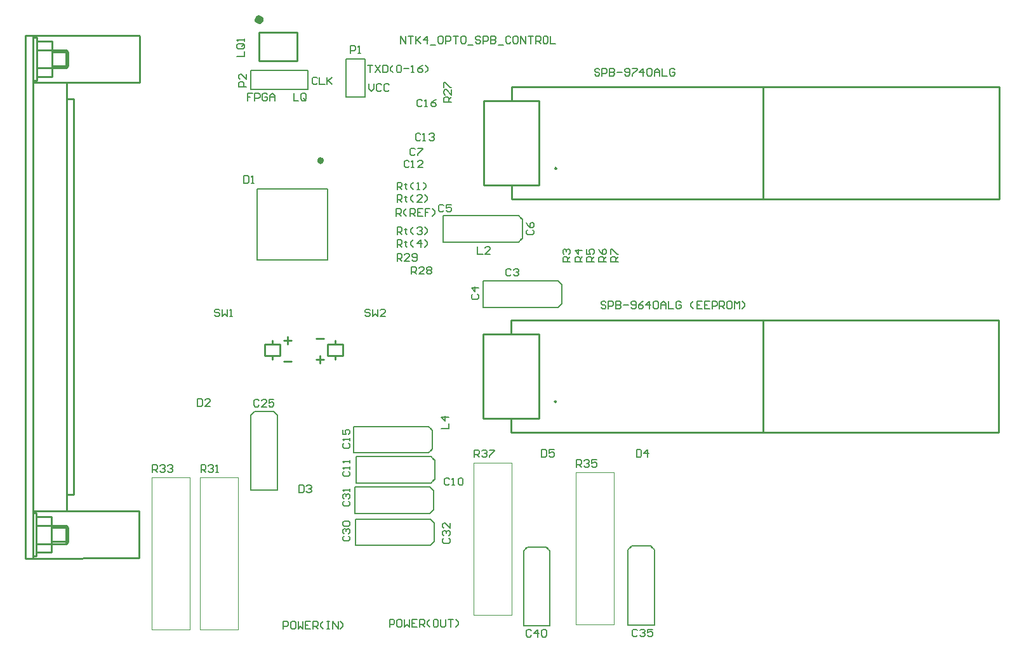
<source format=gto>
G04*
G04 #@! TF.GenerationSoftware,Altium Limited,Altium Designer,19.1.6 (110)*
G04*
G04 Layer_Color=65535*
%FSLAX23Y23*%
%MOIN*%
G70*
G01*
G75*
%ADD10C,0.010*%
%ADD11C,0.020*%
%ADD12C,0.039*%
%ADD13C,0.004*%
%ADD14C,0.008*%
%ADD15C,0.010*%
%ADD16C,0.006*%
D10*
X2519Y1274D02*
G03*
X2519Y1274I-4J0D01*
G01*
X2521Y2500D02*
G03*
X2521Y2500I-4J0D01*
G01*
X3606Y1187D02*
X3606Y1187D01*
X2137D02*
Y1407D01*
Y1187D02*
X2283D01*
X2429D01*
Y1628D01*
X2137D02*
X2429D01*
X2137Y1407D02*
Y1628D01*
X2283Y1703D02*
X4842Y1703D01*
Y1703D02*
X4842Y1112D01*
X2283D02*
X4842Y1112D01*
X2283Y1112D02*
Y1187D01*
Y1628D02*
Y1703D01*
X3606Y1112D02*
Y1703D01*
X3607Y2413D02*
X3607Y2413D01*
X2139D02*
Y2634D01*
Y2413D02*
X2284D01*
X2430D01*
Y2854D01*
X2139D02*
X2430D01*
X2139Y2634D02*
Y2854D01*
X2284Y2929D02*
X4844Y2929D01*
Y2929D02*
X4844Y2338D01*
X2284D02*
X4844Y2338D01*
X2284Y2338D02*
Y2413D01*
Y2854D02*
Y2929D01*
X3607Y2338D02*
Y2929D01*
X1069Y1517D02*
Y1577D01*
X989D02*
X1069D01*
X989Y1517D02*
Y1577D01*
Y1517D02*
X1069D01*
X1029Y1497D02*
Y1517D01*
Y1577D02*
Y1597D01*
X1089D02*
X1129D01*
X1109Y1577D02*
Y1617D01*
X1089Y1487D02*
X1129D01*
X1318Y1515D02*
Y1575D01*
Y1515D02*
X1398D01*
Y1575D01*
X1318D02*
X1398D01*
X1358D02*
Y1595D01*
Y1495D02*
Y1515D01*
X1258Y1495D02*
X1298D01*
X1278Y1475D02*
Y1515D01*
X1258Y1605D02*
X1298D01*
X959Y3065D02*
Y3215D01*
Y3065D02*
X1160D01*
Y3215D01*
X959D02*
X1160D01*
D11*
X1290Y2541D02*
G03*
X1290Y2541I-8J0D01*
G01*
D12*
X963Y3282D02*
G03*
X963Y3282I-4J0D01*
G01*
D13*
X2286Y153D02*
Y953D01*
X2086D02*
X2286D01*
X2086Y153D02*
Y953D01*
Y153D02*
X2286D01*
X2823Y101D02*
Y901D01*
X2623D02*
X2823D01*
X2623Y101D02*
Y901D01*
Y101D02*
X2823D01*
X850Y75D02*
Y875D01*
X650D02*
X850D01*
X650Y75D02*
Y875D01*
Y75D02*
X850D01*
X596D02*
Y875D01*
X396D02*
X596D01*
X396Y75D02*
Y875D01*
Y75D02*
X596D01*
D14*
X1320Y2020D02*
Y2391D01*
X949D02*
X1320D01*
X949Y2020D02*
Y2391D01*
Y2020D02*
X1320D01*
X1463Y687D02*
X1857D01*
X1872Y702D01*
X1877Y707D02*
Y805D01*
X1857Y825D02*
X1872Y810D01*
X1463Y825D02*
X1857D01*
X1463Y687D02*
Y825D01*
X1867Y815D02*
X1877Y805D01*
X1867Y697D02*
X1877Y707D01*
X1464Y518D02*
X1858D01*
X1873Y533D01*
X1878Y538D02*
Y636D01*
X1858Y656D02*
X1873Y641D01*
X1464Y656D02*
X1858D01*
X1464Y518D02*
Y656D01*
X1868Y646D02*
X1878Y636D01*
X1868Y528D02*
X1878Y538D01*
X1054Y809D02*
Y1203D01*
X1039Y1218D02*
X1054Y1203D01*
X936Y1223D02*
X1034D01*
X916Y1203D02*
X931Y1218D01*
X916Y809D02*
Y1203D01*
Y809D02*
X1054D01*
X926Y1213D02*
X936Y1223D01*
X1034D02*
X1044Y1213D01*
X2466Y509D02*
X2476Y499D01*
X2358D02*
X2368Y509D01*
X2348Y95D02*
X2486D01*
X2348D02*
Y489D01*
X2363Y504D01*
X2368Y509D02*
X2466D01*
X2471Y504D02*
X2486Y489D01*
Y95D02*
Y489D01*
X3014Y514D02*
X3024Y504D01*
X2906D02*
X2916Y514D01*
X2896Y100D02*
X3034D01*
X2896D02*
Y494D01*
X2911Y509D01*
X2916Y514D02*
X3014D01*
X3019Y509D02*
X3034Y494D01*
Y100D02*
Y494D01*
X1859Y1015D02*
X1869Y1025D01*
X1859Y1133D02*
X1869Y1123D01*
X1455Y1005D02*
Y1143D01*
X1849D01*
X1864Y1128D01*
X1869Y1025D02*
Y1123D01*
X1849Y1005D02*
X1864Y1020D01*
X1455Y1005D02*
X1849D01*
X1872Y857D02*
X1882Y867D01*
X1872Y975D02*
X1882Y965D01*
X1468Y847D02*
Y985D01*
X1862D01*
X1877Y970D01*
X1882Y867D02*
Y965D01*
X1862Y847D02*
X1877Y862D01*
X1468Y847D02*
X1862D01*
X2331Y2123D02*
X2341Y2133D01*
X2331Y2241D02*
X2341Y2231D01*
X1927Y2113D02*
Y2251D01*
X2321D01*
X2336Y2236D01*
X2341Y2133D02*
Y2231D01*
X2321Y2113D02*
X2336Y2128D01*
X1927Y2113D02*
X2321D01*
X2540Y1780D02*
X2550Y1790D01*
X2540Y1898D02*
X2550Y1888D01*
X2136Y1770D02*
Y1908D01*
X2530D01*
X2545Y1893D01*
X2550Y1790D02*
Y1888D01*
X2530Y1770D02*
X2545Y1785D01*
X2136Y1770D02*
X2530D01*
X1415Y3076D02*
X1515D01*
Y2876D02*
Y3076D01*
X1415Y2876D02*
X1515D01*
X1415D02*
Y3076D01*
X917Y2914D02*
X1217D01*
Y3014D01*
X917D02*
X1217D01*
X917Y2914D02*
Y3014D01*
D15*
X-267Y3200D02*
X329D01*
X333Y3196D01*
Y2955D02*
Y3196D01*
X-54Y622D02*
X-44Y612D01*
X-130Y611D02*
X-54D01*
Y527D02*
X-44Y537D01*
X-130Y539D02*
X-54D01*
X-44Y537D02*
Y612D01*
X-54Y527D02*
Y622D01*
X-51Y784D02*
X-13Y784D01*
X-52Y2864D02*
X-13Y2864D01*
X-53Y3123D02*
X-43Y3113D01*
X-129Y3112D02*
X-53D01*
X-228Y461D02*
X-210Y461D01*
Y481D02*
X-130D01*
X-226Y688D02*
X-210Y688D01*
Y669D02*
X-130D01*
X-229Y2962D02*
X-209D01*
Y2982D02*
X-129D01*
X-229Y3189D02*
X-209D01*
Y3170D02*
X-129D01*
X-210Y622D02*
X-54D01*
X-210Y527D02*
X-54D01*
X-268Y450D02*
X330Y451D01*
X-227Y699D02*
X330Y699D01*
X-209Y3028D02*
X-53D01*
X-229Y2952D02*
X331D01*
X-209Y3123D02*
X-53D01*
X330Y451D02*
Y699D01*
X-130Y481D02*
Y669D01*
X-53Y3028D02*
X-43Y3038D01*
X-53Y3028D02*
Y3123D01*
X-43Y3038D02*
Y3113D01*
X-129Y3040D02*
X-53D01*
X-129Y2982D02*
Y3170D01*
X-210Y461D02*
Y688D01*
X-209Y2962D02*
Y3189D01*
X-52Y2952D02*
X-51Y698D01*
X-13Y784D02*
Y2864D01*
X-227Y668D02*
Y2980D01*
X-228Y3200D02*
X-227Y450D01*
X-268D02*
X-267Y3200D01*
D16*
X2090Y981D02*
Y1020D01*
X2110D01*
X2116Y1014D01*
Y1001D01*
X2110Y994D01*
X2090D01*
X2103D02*
X2116Y981D01*
X2129Y1014D02*
X2136Y1020D01*
X2149D01*
X2156Y1014D01*
Y1007D01*
X2149Y1001D01*
X2142D01*
X2149D01*
X2156Y994D01*
Y988D01*
X2149Y981D01*
X2136D01*
X2129Y988D01*
X2169Y1020D02*
X2195D01*
Y1014D01*
X2169Y988D01*
Y981D01*
X2627Y929D02*
Y968D01*
X2647D01*
X2653Y962D01*
Y949D01*
X2647Y942D01*
X2627D01*
X2640D02*
X2653Y929D01*
X2666Y962D02*
X2673Y968D01*
X2686D01*
X2693Y962D01*
Y955D01*
X2686Y949D01*
X2679D01*
X2686D01*
X2693Y942D01*
Y936D01*
X2686Y929D01*
X2673D01*
X2666Y936D01*
X2732Y968D02*
X2706D01*
Y949D01*
X2719Y955D01*
X2725D01*
X2732Y949D01*
Y936D01*
X2725Y929D01*
X2712D01*
X2706Y936D01*
X654Y903D02*
Y942D01*
X674D01*
X680Y936D01*
Y923D01*
X674Y916D01*
X654D01*
X667D02*
X680Y903D01*
X693Y936D02*
X700Y942D01*
X713D01*
X720Y936D01*
Y929D01*
X713Y923D01*
X706D01*
X713D01*
X720Y916D01*
Y910D01*
X713Y903D01*
X700D01*
X693Y910D01*
X733Y903D02*
X746D01*
X739D01*
Y942D01*
X733Y936D01*
X400Y903D02*
Y942D01*
X420D01*
X426Y936D01*
Y923D01*
X420Y916D01*
X400D01*
X413D02*
X426Y903D01*
X439Y936D02*
X446Y942D01*
X459D01*
X466Y936D01*
Y929D01*
X459Y923D01*
X452D01*
X459D01*
X466Y916D01*
Y910D01*
X459Y903D01*
X446D01*
X439Y910D01*
X479Y936D02*
X485Y942D01*
X498D01*
X505Y936D01*
Y929D01*
X498Y923D01*
X492D01*
X498D01*
X505Y916D01*
Y910D01*
X498Y903D01*
X485D01*
X479Y910D01*
X1264Y2974D02*
X1258Y2980D01*
X1245D01*
X1238Y2974D01*
Y2948D01*
X1245Y2941D01*
X1258D01*
X1264Y2948D01*
X1277Y2980D02*
Y2941D01*
X1304D01*
X1317Y2980D02*
Y2941D01*
Y2954D01*
X1343Y2980D01*
X1323Y2961D01*
X1343Y2941D01*
X1141Y2896D02*
Y2857D01*
X1167D01*
X1207Y2864D02*
Y2890D01*
X1200Y2896D01*
X1187D01*
X1180Y2890D01*
Y2864D01*
X1187Y2857D01*
X1200D01*
X1193Y2870D02*
X1207Y2857D01*
X1200D02*
X1207Y2864D01*
X924Y2894D02*
X898D01*
Y2875D01*
X911D01*
X898D01*
Y2855D01*
X937D02*
Y2894D01*
X957D01*
X964Y2888D01*
Y2875D01*
X957Y2868D01*
X937D01*
X1003Y2888D02*
X996Y2894D01*
X983D01*
X977Y2888D01*
Y2862D01*
X983Y2855D01*
X996D01*
X1003Y2862D01*
Y2875D01*
X990D01*
X1016Y2855D02*
Y2881D01*
X1029Y2894D01*
X1042Y2881D01*
Y2855D01*
Y2875D01*
X1016D01*
X1536Y2945D02*
Y2919D01*
X1549Y2906D01*
X1562Y2919D01*
Y2945D01*
X1602Y2939D02*
X1595Y2945D01*
X1582D01*
X1575Y2939D01*
Y2913D01*
X1582Y2906D01*
X1595D01*
X1602Y2913D01*
X1641Y2939D02*
X1634Y2945D01*
X1621D01*
X1615Y2939D01*
Y2913D01*
X1621Y2906D01*
X1634D01*
X1641Y2913D01*
X1530Y3043D02*
X1556D01*
X1543D01*
Y3004D01*
X1569Y3043D02*
X1596Y3004D01*
Y3043D02*
X1569Y3004D01*
X1609Y3043D02*
Y3004D01*
X1628D01*
X1635Y3011D01*
Y3037D01*
X1628Y3043D01*
X1609D01*
X1661Y3004D02*
X1648Y3017D01*
Y3030D01*
X1661Y3043D01*
X1681Y3037D02*
X1687Y3043D01*
X1701D01*
X1707Y3037D01*
Y3011D01*
X1701Y3004D01*
X1687D01*
X1681Y3011D01*
Y3037D01*
X1720Y3024D02*
X1746D01*
X1760Y3004D02*
X1773D01*
X1766D01*
Y3043D01*
X1760Y3037D01*
X1819Y3043D02*
X1806Y3037D01*
X1792Y3024D01*
Y3011D01*
X1799Y3004D01*
X1812D01*
X1819Y3011D01*
Y3017D01*
X1812Y3024D01*
X1792D01*
X1832Y3004D02*
X1845Y3017D01*
Y3030D01*
X1832Y3043D01*
X2442Y1021D02*
Y982D01*
X2462D01*
X2468Y989D01*
Y1015D01*
X2462Y1021D01*
X2442D01*
X2508D02*
X2481D01*
Y1002D01*
X2494Y1008D01*
X2501D01*
X2508Y1002D01*
Y989D01*
X2501Y982D01*
X2488D01*
X2481Y989D01*
X1703Y3157D02*
Y3196D01*
X1729Y3157D01*
Y3196D01*
X1742D02*
X1769D01*
X1755D01*
Y3157D01*
X1782Y3196D02*
Y3157D01*
Y3170D01*
X1808Y3196D01*
X1788Y3177D01*
X1808Y3157D01*
X1841D02*
Y3196D01*
X1821Y3177D01*
X1847D01*
X1860Y3150D02*
X1887D01*
X1919Y3196D02*
X1906D01*
X1900Y3190D01*
Y3164D01*
X1906Y3157D01*
X1919D01*
X1926Y3164D01*
Y3190D01*
X1919Y3196D01*
X1939Y3157D02*
Y3196D01*
X1959D01*
X1965Y3190D01*
Y3177D01*
X1959Y3170D01*
X1939D01*
X1979Y3196D02*
X2005D01*
X1992D01*
Y3157D01*
X2038Y3196D02*
X2024D01*
X2018Y3190D01*
Y3164D01*
X2024Y3157D01*
X2038D01*
X2044Y3164D01*
Y3190D01*
X2038Y3196D01*
X2057Y3150D02*
X2083D01*
X2123Y3190D02*
X2116Y3196D01*
X2103D01*
X2097Y3190D01*
Y3183D01*
X2103Y3177D01*
X2116D01*
X2123Y3170D01*
Y3164D01*
X2116Y3157D01*
X2103D01*
X2097Y3164D01*
X2136Y3157D02*
Y3196D01*
X2156D01*
X2162Y3190D01*
Y3177D01*
X2156Y3170D01*
X2136D01*
X2175Y3196D02*
Y3157D01*
X2195D01*
X2202Y3164D01*
Y3170D01*
X2195Y3177D01*
X2175D01*
X2195D01*
X2202Y3183D01*
Y3190D01*
X2195Y3196D01*
X2175D01*
X2215Y3150D02*
X2241D01*
X2280Y3190D02*
X2274Y3196D01*
X2261D01*
X2254Y3190D01*
Y3164D01*
X2261Y3157D01*
X2274D01*
X2280Y3164D01*
X2313Y3196D02*
X2300D01*
X2293Y3190D01*
Y3164D01*
X2300Y3157D01*
X2313D01*
X2320Y3164D01*
Y3190D01*
X2313Y3196D01*
X2333Y3157D02*
Y3196D01*
X2359Y3157D01*
Y3196D01*
X2372D02*
X2398D01*
X2385D01*
Y3157D01*
X2411D02*
Y3196D01*
X2431D01*
X2438Y3190D01*
Y3177D01*
X2431Y3170D01*
X2411D01*
X2425D02*
X2438Y3157D01*
X2470Y3196D02*
X2457D01*
X2451Y3190D01*
Y3164D01*
X2457Y3157D01*
X2470D01*
X2477Y3164D01*
Y3190D01*
X2470Y3196D01*
X2490D02*
Y3157D01*
X2516D01*
X2780Y1795D02*
X2774Y1801D01*
X2761D01*
X2754Y1795D01*
Y1788D01*
X2761Y1782D01*
X2774D01*
X2780Y1775D01*
Y1769D01*
X2774Y1762D01*
X2761D01*
X2754Y1769D01*
X2793Y1762D02*
Y1801D01*
X2813D01*
X2820Y1795D01*
Y1782D01*
X2813Y1775D01*
X2793D01*
X2833Y1801D02*
Y1762D01*
X2852D01*
X2859Y1769D01*
Y1775D01*
X2852Y1782D01*
X2833D01*
X2852D01*
X2859Y1788D01*
Y1795D01*
X2852Y1801D01*
X2833D01*
X2872Y1782D02*
X2898D01*
X2911Y1769D02*
X2918Y1762D01*
X2931D01*
X2938Y1769D01*
Y1795D01*
X2931Y1801D01*
X2918D01*
X2911Y1795D01*
Y1788D01*
X2918Y1782D01*
X2938D01*
X2977Y1801D02*
X2964Y1795D01*
X2951Y1782D01*
Y1769D01*
X2957Y1762D01*
X2970D01*
X2977Y1769D01*
Y1775D01*
X2970Y1782D01*
X2951D01*
X3010Y1762D02*
Y1801D01*
X2990Y1782D01*
X3016D01*
X3030Y1795D02*
X3036Y1801D01*
X3049D01*
X3056Y1795D01*
Y1769D01*
X3049Y1762D01*
X3036D01*
X3030Y1769D01*
Y1795D01*
X3069Y1762D02*
Y1788D01*
X3082Y1801D01*
X3095Y1788D01*
Y1762D01*
Y1782D01*
X3069D01*
X3108Y1801D02*
Y1762D01*
X3134D01*
X3174Y1795D02*
X3167Y1801D01*
X3154D01*
X3148Y1795D01*
Y1769D01*
X3154Y1762D01*
X3167D01*
X3174Y1769D01*
Y1782D01*
X3161D01*
X3239Y1762D02*
X3226Y1775D01*
Y1788D01*
X3239Y1801D01*
X3285D02*
X3259D01*
Y1762D01*
X3285D01*
X3259Y1782D02*
X3272D01*
X3325Y1801D02*
X3298D01*
Y1762D01*
X3325D01*
X3298Y1782D02*
X3312D01*
X3338Y1762D02*
Y1801D01*
X3357D01*
X3364Y1795D01*
Y1782D01*
X3357Y1775D01*
X3338D01*
X3377Y1762D02*
Y1801D01*
X3397D01*
X3403Y1795D01*
Y1782D01*
X3397Y1775D01*
X3377D01*
X3390D02*
X3403Y1762D01*
X3436Y1801D02*
X3423D01*
X3417Y1795D01*
Y1769D01*
X3423Y1762D01*
X3436D01*
X3443Y1769D01*
Y1795D01*
X3436Y1801D01*
X3456Y1762D02*
Y1801D01*
X3469Y1788D01*
X3482Y1801D01*
Y1762D01*
X3495D02*
X3508Y1775D01*
Y1788D01*
X3495Y1801D01*
X2747Y3020D02*
X2741Y3026D01*
X2728D01*
X2721Y3020D01*
Y3013D01*
X2728Y3007D01*
X2741D01*
X2747Y3000D01*
Y2994D01*
X2741Y2987D01*
X2728D01*
X2721Y2994D01*
X2760Y2987D02*
Y3026D01*
X2780D01*
X2787Y3020D01*
Y3007D01*
X2780Y3000D01*
X2760D01*
X2800Y3026D02*
Y2987D01*
X2819D01*
X2826Y2994D01*
Y3000D01*
X2819Y3007D01*
X2800D01*
X2819D01*
X2826Y3013D01*
Y3020D01*
X2819Y3026D01*
X2800D01*
X2839Y3007D02*
X2865D01*
X2878Y2994D02*
X2885Y2987D01*
X2898D01*
X2905Y2994D01*
Y3020D01*
X2898Y3026D01*
X2885D01*
X2878Y3020D01*
Y3013D01*
X2885Y3007D01*
X2905D01*
X2918Y3026D02*
X2944D01*
Y3020D01*
X2918Y2994D01*
Y2987D01*
X2977D02*
Y3026D01*
X2957Y3007D01*
X2983D01*
X2997Y3020D02*
X3003Y3026D01*
X3016D01*
X3023Y3020D01*
Y2994D01*
X3016Y2987D01*
X3003D01*
X2997Y2994D01*
Y3020D01*
X3036Y2987D02*
Y3013D01*
X3049Y3026D01*
X3062Y3013D01*
Y2987D01*
Y3007D01*
X3036D01*
X3075Y3026D02*
Y2987D01*
X3101D01*
X3141Y3020D02*
X3134Y3026D01*
X3121D01*
X3115Y3020D01*
Y2994D01*
X3121Y2987D01*
X3134D01*
X3141Y2994D01*
Y3007D01*
X3128D01*
X879Y2462D02*
Y2423D01*
X899D01*
X905Y2430D01*
Y2456D01*
X899Y2462D01*
X879D01*
X918Y2423D02*
X931D01*
X925D01*
Y2462D01*
X918Y2456D01*
X1644Y89D02*
Y128D01*
X1664D01*
X1670Y122D01*
Y109D01*
X1664Y102D01*
X1644D01*
X1703Y128D02*
X1690D01*
X1683Y122D01*
Y96D01*
X1690Y89D01*
X1703D01*
X1710Y96D01*
Y122D01*
X1703Y128D01*
X1723D02*
Y89D01*
X1736Y102D01*
X1749Y89D01*
Y128D01*
X1788D02*
X1762D01*
Y89D01*
X1788D01*
X1762Y109D02*
X1775D01*
X1801Y89D02*
Y128D01*
X1821D01*
X1828Y122D01*
Y109D01*
X1821Y102D01*
X1801D01*
X1815D02*
X1828Y89D01*
X1854D02*
X1841Y102D01*
Y115D01*
X1854Y128D01*
X1893D02*
X1880D01*
X1874Y122D01*
Y96D01*
X1880Y89D01*
X1893D01*
X1900Y96D01*
Y122D01*
X1893Y128D01*
X1913D02*
Y96D01*
X1920Y89D01*
X1933D01*
X1939Y96D01*
Y128D01*
X1952D02*
X1979D01*
X1965D01*
Y89D01*
X1992D02*
X2005Y102D01*
Y115D01*
X1992Y128D01*
X2941Y1021D02*
Y982D01*
X2961D01*
X2967Y989D01*
Y1015D01*
X2961Y1021D01*
X2941D01*
X3000Y982D02*
Y1021D01*
X2980Y1002D01*
X3007D01*
X2389Y70D02*
X2383Y76D01*
X2370D01*
X2363Y70D01*
Y44D01*
X2370Y37D01*
X2383D01*
X2389Y44D01*
X2422Y37D02*
Y76D01*
X2402Y57D01*
X2429D01*
X2442Y70D02*
X2448Y76D01*
X2461D01*
X2468Y70D01*
Y44D01*
X2461Y37D01*
X2448D01*
X2442Y44D01*
Y70D01*
X2946Y71D02*
X2940Y77D01*
X2927D01*
X2920Y71D01*
Y45D01*
X2927Y38D01*
X2940D01*
X2946Y45D01*
X2959Y71D02*
X2966Y77D01*
X2979D01*
X2986Y71D01*
Y64D01*
X2979Y58D01*
X2972D01*
X2979D01*
X2986Y51D01*
Y45D01*
X2979Y38D01*
X2966D01*
X2959Y45D01*
X3025Y77D02*
X2999D01*
Y58D01*
X3012Y64D01*
X3018D01*
X3025Y58D01*
Y45D01*
X3018Y38D01*
X3005D01*
X2999Y45D01*
X1085Y79D02*
Y118D01*
X1105D01*
X1111Y112D01*
Y99D01*
X1105Y92D01*
X1085D01*
X1144Y118D02*
X1131D01*
X1124Y112D01*
Y86D01*
X1131Y79D01*
X1144D01*
X1151Y86D01*
Y112D01*
X1144Y118D01*
X1164D02*
Y79D01*
X1177Y92D01*
X1190Y79D01*
Y118D01*
X1229D02*
X1203D01*
Y79D01*
X1229D01*
X1203Y99D02*
X1216D01*
X1242Y79D02*
Y118D01*
X1262D01*
X1269Y112D01*
Y99D01*
X1262Y92D01*
X1242D01*
X1256D02*
X1269Y79D01*
X1295D02*
X1282Y92D01*
Y105D01*
X1295Y118D01*
X1315D02*
X1328D01*
X1321D01*
Y79D01*
X1315D01*
X1328D01*
X1347D02*
Y118D01*
X1374Y79D01*
Y118D01*
X1387Y79D02*
X1400Y92D01*
Y105D01*
X1387Y118D01*
X1542Y1754D02*
X1536Y1760D01*
X1523D01*
X1516Y1754D01*
Y1747D01*
X1523Y1741D01*
X1536D01*
X1542Y1734D01*
Y1728D01*
X1536Y1721D01*
X1523D01*
X1516Y1728D01*
X1555Y1760D02*
Y1721D01*
X1568Y1734D01*
X1582Y1721D01*
Y1760D01*
X1621Y1721D02*
X1595D01*
X1621Y1747D01*
Y1754D01*
X1614Y1760D01*
X1601D01*
X1595Y1754D01*
X752D02*
X746Y1760D01*
X733D01*
X726Y1754D01*
Y1747D01*
X733Y1741D01*
X746D01*
X752Y1734D01*
Y1728D01*
X746Y1721D01*
X733D01*
X726Y1728D01*
X765Y1760D02*
Y1721D01*
X778Y1734D01*
X792Y1721D01*
Y1760D01*
X805Y1721D02*
X818D01*
X811D01*
Y1760D01*
X805Y1754D01*
X1684Y2085D02*
Y2124D01*
X1703D01*
X1710Y2118D01*
Y2104D01*
X1703Y2098D01*
X1684D01*
X1697D02*
X1710Y2085D01*
X1730Y2118D02*
Y2111D01*
X1723D01*
X1736D01*
X1730D01*
Y2091D01*
X1736Y2085D01*
X1769D02*
X1756Y2098D01*
Y2111D01*
X1769Y2124D01*
X1808Y2085D02*
Y2124D01*
X1789Y2104D01*
X1815D01*
X1828Y2085D02*
X1841Y2098D01*
Y2111D01*
X1828Y2124D01*
X1684Y2151D02*
Y2191D01*
X1703D01*
X1710Y2184D01*
Y2171D01*
X1703Y2165D01*
X1684D01*
X1697D02*
X1710Y2151D01*
X1730Y2184D02*
Y2178D01*
X1723D01*
X1736D01*
X1730D01*
Y2158D01*
X1736Y2151D01*
X1769D02*
X1756Y2165D01*
Y2178D01*
X1769Y2191D01*
X1789Y2184D02*
X1795Y2191D01*
X1808D01*
X1815Y2184D01*
Y2178D01*
X1808Y2171D01*
X1802D01*
X1808D01*
X1815Y2165D01*
Y2158D01*
X1808Y2151D01*
X1795D01*
X1789Y2158D01*
X1828Y2151D02*
X1841Y2165D01*
Y2178D01*
X1828Y2191D01*
X1684Y2322D02*
Y2361D01*
X1703D01*
X1710Y2355D01*
Y2342D01*
X1703Y2335D01*
X1684D01*
X1697D02*
X1710Y2322D01*
X1730Y2355D02*
Y2348D01*
X1723D01*
X1736D01*
X1730D01*
Y2329D01*
X1736Y2322D01*
X1769D02*
X1756Y2335D01*
Y2348D01*
X1769Y2361D01*
X1815Y2322D02*
X1789D01*
X1815Y2348D01*
Y2355D01*
X1808Y2361D01*
X1795D01*
X1789Y2355D01*
X1828Y2322D02*
X1841Y2335D01*
Y2348D01*
X1828Y2361D01*
X1684Y2388D02*
Y2427D01*
X1703D01*
X1710Y2421D01*
Y2408D01*
X1703Y2401D01*
X1684D01*
X1697D02*
X1710Y2388D01*
X1730Y2421D02*
Y2414D01*
X1723D01*
X1736D01*
X1730D01*
Y2394D01*
X1736Y2388D01*
X1769D02*
X1756Y2401D01*
Y2414D01*
X1769Y2427D01*
X1789Y2388D02*
X1802D01*
X1795D01*
Y2427D01*
X1789Y2421D01*
X1821Y2388D02*
X1834Y2401D01*
Y2414D01*
X1821Y2427D01*
X1680Y2250D02*
Y2289D01*
X1700D01*
X1706Y2283D01*
Y2270D01*
X1700Y2263D01*
X1680D01*
X1693D02*
X1706Y2250D01*
X1732D02*
X1719Y2263D01*
Y2276D01*
X1732Y2289D01*
X1752Y2250D02*
Y2289D01*
X1772D01*
X1778Y2283D01*
Y2270D01*
X1772Y2263D01*
X1752D01*
X1765D02*
X1778Y2250D01*
X1818Y2289D02*
X1792D01*
Y2250D01*
X1818D01*
X1792Y2270D02*
X1805D01*
X1857Y2289D02*
X1831D01*
Y2270D01*
X1844D01*
X1831D01*
Y2250D01*
X1870D02*
X1883Y2263D01*
Y2276D01*
X1870Y2289D01*
X1684Y2013D02*
Y2052D01*
X1703D01*
X1710Y2046D01*
Y2033D01*
X1703Y2026D01*
X1684D01*
X1697D02*
X1710Y2013D01*
X1749D02*
X1723D01*
X1749Y2039D01*
Y2046D01*
X1743Y2052D01*
X1730D01*
X1723Y2046D01*
X1762Y2020D02*
X1769Y2013D01*
X1782D01*
X1789Y2020D01*
Y2046D01*
X1782Y2052D01*
X1769D01*
X1762Y2046D01*
Y2039D01*
X1769Y2033D01*
X1789D01*
X1760Y1944D02*
Y1983D01*
X1779D01*
X1786Y1977D01*
Y1964D01*
X1779Y1957D01*
X1760D01*
X1773D02*
X1786Y1944D01*
X1825D02*
X1799D01*
X1825Y1970D01*
Y1977D01*
X1819Y1983D01*
X1806D01*
X1799Y1977D01*
X1838D02*
X1845Y1983D01*
X1858D01*
X1865Y1977D01*
Y1970D01*
X1858Y1964D01*
X1865Y1957D01*
Y1951D01*
X1858Y1944D01*
X1845D01*
X1838Y1951D01*
Y1957D01*
X1845Y1964D01*
X1838Y1970D01*
Y1977D01*
X1845Y1964D02*
X1858D01*
X1969Y2848D02*
X1930D01*
Y2868D01*
X1936Y2874D01*
X1949D01*
X1956Y2868D01*
Y2848D01*
Y2861D02*
X1969Y2874D01*
Y2914D02*
Y2887D01*
X1943Y2914D01*
X1936D01*
X1930Y2907D01*
Y2894D01*
X1936Y2887D01*
X1930Y2927D02*
Y2953D01*
X1936D01*
X1962Y2927D01*
X1969D01*
X2846Y2010D02*
X2807D01*
Y2030D01*
X2813Y2036D01*
X2826D01*
X2833Y2030D01*
Y2010D01*
Y2023D02*
X2846Y2036D01*
X2807Y2049D02*
Y2076D01*
X2813D01*
X2839Y2049D01*
X2846D01*
X2781Y2010D02*
X2742D01*
Y2030D01*
X2748Y2036D01*
X2761D01*
X2768Y2030D01*
Y2010D01*
Y2023D02*
X2781Y2036D01*
X2742Y2076D02*
X2748Y2062D01*
X2761Y2049D01*
X2774D01*
X2781Y2056D01*
Y2069D01*
X2774Y2076D01*
X2768D01*
X2761Y2069D01*
Y2049D01*
X2718Y2010D02*
X2679D01*
Y2030D01*
X2685Y2036D01*
X2698D01*
X2705Y2030D01*
Y2010D01*
Y2023D02*
X2718Y2036D01*
X2679Y2076D02*
Y2049D01*
X2698D01*
X2692Y2062D01*
Y2069D01*
X2698Y2076D01*
X2711D01*
X2718Y2069D01*
Y2056D01*
X2711Y2049D01*
X2657Y2010D02*
X2618D01*
Y2030D01*
X2624Y2036D01*
X2637D01*
X2644Y2030D01*
Y2010D01*
Y2023D02*
X2657Y2036D01*
Y2069D02*
X2618D01*
X2637Y2049D01*
Y2076D01*
X2593Y2010D02*
X2554D01*
Y2030D01*
X2560Y2036D01*
X2573D01*
X2580Y2030D01*
Y2010D01*
Y2023D02*
X2593Y2036D01*
X2560Y2049D02*
X2554Y2056D01*
Y2069D01*
X2560Y2076D01*
X2567D01*
X2573Y2069D01*
Y2062D01*
Y2069D01*
X2580Y2076D01*
X2586D01*
X2593Y2069D01*
Y2056D01*
X2586Y2049D01*
X892Y2930D02*
X853D01*
Y2950D01*
X859Y2956D01*
X872D01*
X879Y2950D01*
Y2930D01*
X892Y2996D02*
Y2969D01*
X866Y2996D01*
X859D01*
X853Y2989D01*
Y2976D01*
X859Y2969D01*
X1439Y3106D02*
Y3145D01*
X1459D01*
X1465Y3139D01*
Y3126D01*
X1459Y3119D01*
X1439D01*
X1478Y3106D02*
X1491D01*
X1485D01*
Y3145D01*
X1478Y3139D01*
X843Y3090D02*
X882D01*
Y3116D01*
X875Y3155D02*
X849D01*
X843Y3149D01*
Y3136D01*
X849Y3129D01*
X875D01*
X882Y3136D01*
Y3149D01*
X869Y3142D02*
X882Y3155D01*
Y3149D02*
X875Y3155D01*
X882Y3168D02*
Y3181D01*
Y3175D01*
X843D01*
X849Y3168D01*
X1917Y1133D02*
X1956D01*
Y1159D01*
Y1192D02*
X1917D01*
X1936Y1172D01*
Y1199D01*
X2107Y2088D02*
Y2049D01*
X2134D01*
X2173D02*
X2147D01*
X2173Y2075D01*
Y2082D01*
X2166Y2088D01*
X2153D01*
X2147Y2082D01*
X1168Y834D02*
Y795D01*
X1188D01*
X1194Y802D01*
Y828D01*
X1188Y834D01*
X1168D01*
X1207Y828D02*
X1214Y834D01*
X1227D01*
X1234Y828D01*
Y821D01*
X1227Y815D01*
X1220D01*
X1227D01*
X1234Y808D01*
Y802D01*
X1227Y795D01*
X1214D01*
X1207Y802D01*
X637Y1289D02*
Y1250D01*
X657D01*
X663Y1257D01*
Y1283D01*
X657Y1289D01*
X637D01*
X703Y1250D02*
X676D01*
X703Y1276D01*
Y1283D01*
X696Y1289D01*
X683D01*
X676Y1283D01*
X1928Y557D02*
X1922Y550D01*
Y537D01*
X1928Y530D01*
X1954D01*
X1961Y537D01*
Y550D01*
X1954Y557D01*
X1928Y570D02*
X1922Y576D01*
Y589D01*
X1928Y596D01*
X1935D01*
X1941Y589D01*
Y583D01*
Y589D01*
X1948Y596D01*
X1954D01*
X1961Y589D01*
Y576D01*
X1954Y570D01*
X1961Y635D02*
Y609D01*
X1935Y635D01*
X1928D01*
X1922Y629D01*
Y616D01*
X1928Y609D01*
X1404Y750D02*
X1398Y744D01*
Y731D01*
X1404Y724D01*
X1430D01*
X1437Y731D01*
Y744D01*
X1430Y750D01*
X1404Y763D02*
X1398Y770D01*
Y783D01*
X1404Y790D01*
X1411D01*
X1417Y783D01*
Y776D01*
Y783D01*
X1424Y790D01*
X1430D01*
X1437Y783D01*
Y770D01*
X1430Y763D01*
X1437Y803D02*
Y816D01*
Y809D01*
X1398D01*
X1404Y803D01*
Y567D02*
X1398Y561D01*
Y548D01*
X1404Y541D01*
X1430D01*
X1437Y548D01*
Y561D01*
X1430Y567D01*
X1404Y580D02*
X1398Y587D01*
Y600D01*
X1404Y607D01*
X1411D01*
X1417Y600D01*
Y593D01*
Y600D01*
X1424Y607D01*
X1430D01*
X1437Y600D01*
Y587D01*
X1430Y580D01*
X1404Y620D02*
X1398Y626D01*
Y639D01*
X1404Y646D01*
X1430D01*
X1437Y639D01*
Y626D01*
X1430Y620D01*
X1404D01*
X958Y1280D02*
X952Y1286D01*
X939D01*
X932Y1280D01*
Y1254D01*
X939Y1247D01*
X952D01*
X958Y1254D01*
X998Y1247D02*
X971D01*
X998Y1273D01*
Y1280D01*
X991Y1286D01*
X978D01*
X971Y1280D01*
X1037Y1286D02*
X1011D01*
Y1267D01*
X1024Y1273D01*
X1030D01*
X1037Y1267D01*
Y1254D01*
X1030Y1247D01*
X1017D01*
X1011Y1254D01*
X1816Y2857D02*
X1810Y2863D01*
X1797D01*
X1790Y2857D01*
Y2831D01*
X1797Y2824D01*
X1810D01*
X1816Y2831D01*
X1829Y2824D02*
X1842D01*
X1836D01*
Y2863D01*
X1829Y2857D01*
X1888Y2863D02*
X1875Y2857D01*
X1862Y2844D01*
Y2831D01*
X1869Y2824D01*
X1882D01*
X1888Y2831D01*
Y2837D01*
X1882Y2844D01*
X1862D01*
X1404Y1055D02*
X1398Y1049D01*
Y1036D01*
X1404Y1029D01*
X1430D01*
X1437Y1036D01*
Y1049D01*
X1430Y1055D01*
X1437Y1068D02*
Y1081D01*
Y1075D01*
X1398D01*
X1404Y1068D01*
X1398Y1127D02*
Y1101D01*
X1417D01*
X1411Y1114D01*
Y1121D01*
X1417Y1127D01*
X1430D01*
X1437Y1121D01*
Y1108D01*
X1430Y1101D01*
X1807Y2679D02*
X1801Y2685D01*
X1788D01*
X1781Y2679D01*
Y2653D01*
X1788Y2646D01*
X1801D01*
X1807Y2653D01*
X1820Y2646D02*
X1833D01*
X1827D01*
Y2685D01*
X1820Y2679D01*
X1853D02*
X1860Y2685D01*
X1873D01*
X1879Y2679D01*
Y2672D01*
X1873Y2666D01*
X1866D01*
X1873D01*
X1879Y2659D01*
Y2653D01*
X1873Y2646D01*
X1860D01*
X1853Y2653D01*
X1747Y2537D02*
X1741Y2543D01*
X1728D01*
X1721Y2537D01*
Y2511D01*
X1728Y2504D01*
X1741D01*
X1747Y2511D01*
X1760Y2504D02*
X1773D01*
X1767D01*
Y2543D01*
X1760Y2537D01*
X1819Y2504D02*
X1793D01*
X1819Y2530D01*
Y2537D01*
X1813Y2543D01*
X1800D01*
X1793Y2537D01*
X1404Y907D02*
X1398Y901D01*
Y888D01*
X1404Y881D01*
X1430D01*
X1437Y888D01*
Y901D01*
X1430Y907D01*
X1437Y920D02*
Y933D01*
Y927D01*
X1398D01*
X1404Y920D01*
X1437Y953D02*
Y966D01*
Y960D01*
X1398D01*
X1404Y953D01*
X1958Y867D02*
X1952Y873D01*
X1939D01*
X1932Y867D01*
Y841D01*
X1939Y834D01*
X1952D01*
X1958Y841D01*
X1971Y834D02*
X1984D01*
X1978D01*
Y873D01*
X1971Y867D01*
X2004D02*
X2011Y873D01*
X2024D01*
X2030Y867D01*
Y841D01*
X2024Y834D01*
X2011D01*
X2004Y841D01*
Y867D01*
X1778Y2601D02*
X1772Y2607D01*
X1759D01*
X1752Y2601D01*
Y2575D01*
X1759Y2568D01*
X1772D01*
X1778Y2575D01*
X1791Y2607D02*
X1818D01*
Y2601D01*
X1791Y2575D01*
Y2568D01*
X2368Y2177D02*
X2362Y2171D01*
Y2158D01*
X2368Y2151D01*
X2394D01*
X2401Y2158D01*
Y2171D01*
X2394Y2177D01*
X2362Y2217D02*
X2368Y2203D01*
X2381Y2190D01*
X2394D01*
X2401Y2197D01*
Y2210D01*
X2394Y2217D01*
X2388D01*
X2381Y2210D01*
Y2190D01*
X1929Y2304D02*
X1923Y2310D01*
X1910D01*
X1903Y2304D01*
Y2278D01*
X1910Y2271D01*
X1923D01*
X1929Y2278D01*
X1969Y2310D02*
X1942D01*
Y2291D01*
X1955Y2297D01*
X1962D01*
X1969Y2291D01*
Y2278D01*
X1962Y2271D01*
X1949D01*
X1942Y2278D01*
X2080Y1839D02*
X2074Y1833D01*
Y1820D01*
X2080Y1813D01*
X2106D01*
X2113Y1820D01*
Y1833D01*
X2106Y1839D01*
X2113Y1872D02*
X2074D01*
X2093Y1852D01*
Y1879D01*
X2283Y1967D02*
X2276Y1973D01*
X2263D01*
X2257Y1967D01*
Y1941D01*
X2263Y1934D01*
X2276D01*
X2283Y1941D01*
X2296Y1967D02*
X2303Y1973D01*
X2316D01*
X2322Y1967D01*
Y1960D01*
X2316Y1954D01*
X2309D01*
X2316D01*
X2322Y1947D01*
Y1941D01*
X2316Y1934D01*
X2303D01*
X2296Y1941D01*
M02*

</source>
